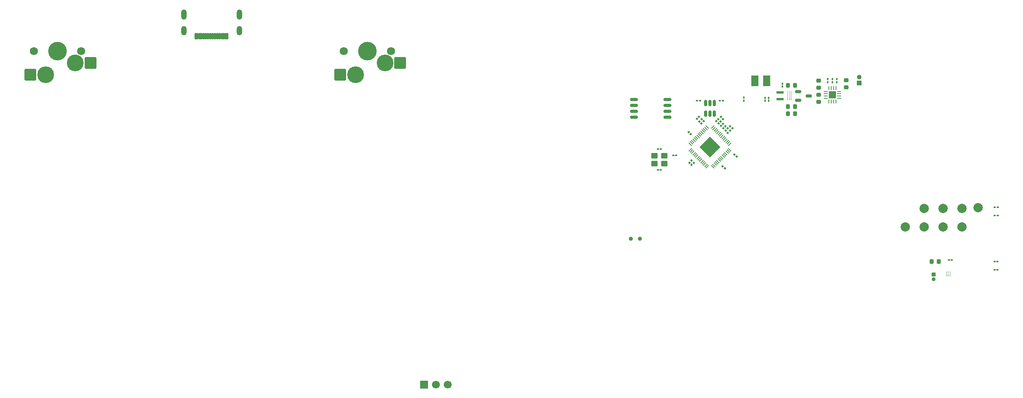
<source format=gbr>
%TF.GenerationSoftware,KiCad,Pcbnew,9.0.3*%
%TF.CreationDate,2025-07-16T09:35:22-04:00*%
%TF.ProjectId,board,626f6172-642e-46b6-9963-61645f706362,rev?*%
%TF.SameCoordinates,Original*%
%TF.FileFunction,Soldermask,Bot*%
%TF.FilePolarity,Negative*%
%FSLAX46Y46*%
G04 Gerber Fmt 4.6, Leading zero omitted, Abs format (unit mm)*
G04 Created by KiCad (PCBNEW 9.0.3) date 2025-07-16 09:35:22*
%MOMM*%
%LPD*%
G01*
G04 APERTURE LIST*
G04 Aperture macros list*
%AMRoundRect*
0 Rectangle with rounded corners*
0 $1 Rounding radius*
0 $2 $3 $4 $5 $6 $7 $8 $9 X,Y pos of 4 corners*
0 Add a 4 corners polygon primitive as box body*
4,1,4,$2,$3,$4,$5,$6,$7,$8,$9,$2,$3,0*
0 Add four circle primitives for the rounded corners*
1,1,$1+$1,$2,$3*
1,1,$1+$1,$4,$5*
1,1,$1+$1,$6,$7*
1,1,$1+$1,$8,$9*
0 Add four rect primitives between the rounded corners*
20,1,$1+$1,$2,$3,$4,$5,0*
20,1,$1+$1,$4,$5,$6,$7,0*
20,1,$1+$1,$6,$7,$8,$9,0*
20,1,$1+$1,$8,$9,$2,$3,0*%
%AMRotRect*
0 Rectangle, with rotation*
0 The origin of the aperture is its center*
0 $1 length*
0 $2 width*
0 $3 Rotation angle, in degrees counterclockwise*
0 Add horizontal line*
21,1,$1,$2,0,0,$3*%
G04 Aperture macros list end*
%ADD10C,0.000000*%
%ADD11C,3.600000*%
%ADD12RoundRect,0.250000X1.025000X1.000000X-1.025000X1.000000X-1.025000X-1.000000X1.025000X-1.000000X0*%
%ADD13C,4.000000*%
%ADD14C,1.750000*%
%ADD15O,1.204000X2.204000*%
%ADD16O,1.204000X2.004000*%
%ADD17RoundRect,0.102000X-0.150000X-0.550000X0.150000X-0.550000X0.150000X0.550000X-0.150000X0.550000X0*%
%ADD18RoundRect,0.102000X-0.300000X-0.550000X0.300000X-0.550000X0.300000X0.550000X-0.300000X0.550000X0*%
%ADD19R,1.000000X1.000000*%
%ADD20C,1.000000*%
%ADD21C,0.900000*%
%ADD22R,1.500000X1.000000*%
%ADD23C,2.000000*%
%ADD24RoundRect,0.100000X-0.021213X-0.162635X0.162635X0.021213X0.021213X0.162635X-0.162635X-0.021213X0*%
%ADD25RoundRect,0.100000X0.130000X0.100000X-0.130000X0.100000X-0.130000X-0.100000X0.130000X-0.100000X0*%
%ADD26RoundRect,0.100000X-0.100000X0.130000X-0.100000X-0.130000X0.100000X-0.130000X0.100000X0.130000X0*%
%ADD27RoundRect,0.100000X0.021213X0.162635X-0.162635X-0.021213X-0.021213X-0.162635X0.162635X0.021213X0*%
%ADD28RoundRect,0.100000X0.162635X-0.021213X-0.021213X0.162635X-0.162635X0.021213X0.021213X-0.162635X0*%
%ADD29RoundRect,0.050000X0.309359X-0.238649X-0.238649X0.309359X-0.309359X0.238649X0.238649X-0.309359X0*%
%ADD30RoundRect,0.050000X0.309359X0.238649X0.238649X0.309359X-0.309359X-0.238649X-0.238649X-0.309359X0*%
%ADD31RotRect,3.200000X3.200000X135.000000*%
%ADD32RoundRect,0.225000X-0.250000X0.225000X-0.250000X-0.225000X0.250000X-0.225000X0.250000X0.225000X0*%
%ADD33RoundRect,0.100000X-0.162635X0.021213X0.021213X-0.162635X0.162635X-0.021213X-0.021213X0.162635X0*%
%ADD34RoundRect,0.225000X0.225000X0.250000X-0.225000X0.250000X-0.225000X-0.250000X0.225000X-0.250000X0*%
%ADD35RoundRect,0.162500X0.650000X0.162500X-0.650000X0.162500X-0.650000X-0.162500X0.650000X-0.162500X0*%
%ADD36RoundRect,0.100000X0.100000X-0.130000X0.100000X0.130000X-0.100000X0.130000X-0.100000X-0.130000X0*%
%ADD37C,0.270000*%
%ADD38R,0.850000X0.850000*%
%ADD39C,0.850000*%
%ADD40RoundRect,0.225000X-0.225000X-0.250000X0.225000X-0.250000X0.225000X0.250000X-0.225000X0.250000X0*%
%ADD41RoundRect,0.062500X0.375000X0.062500X-0.375000X0.062500X-0.375000X-0.062500X0.375000X-0.062500X0*%
%ADD42RoundRect,0.062500X0.062500X0.375000X-0.062500X0.375000X-0.062500X-0.375000X0.062500X-0.375000X0*%
%ADD43R,1.600000X1.600000*%
%ADD44RoundRect,0.225000X0.250000X-0.225000X0.250000X0.225000X-0.250000X0.225000X-0.250000X-0.225000X0*%
%ADD45RoundRect,0.250000X-0.450000X-0.350000X0.450000X-0.350000X0.450000X0.350000X-0.450000X0.350000X0*%
%ADD46RoundRect,0.100000X-0.130000X-0.100000X0.130000X-0.100000X0.130000X0.100000X-0.130000X0.100000X0*%
%ADD47RoundRect,0.150000X-0.512500X-0.150000X0.512500X-0.150000X0.512500X0.150000X-0.512500X0.150000X0*%
%ADD48RoundRect,0.137500X-0.662500X0.137500X-0.662500X-0.137500X0.662500X-0.137500X0.662500X0.137500X0*%
%ADD49RoundRect,0.150000X0.150000X-0.512500X0.150000X0.512500X-0.150000X0.512500X-0.150000X-0.512500X0*%
%ADD50C,0.210000*%
%ADD51R,1.700000X1.700000*%
%ADD52C,1.700000*%
G04 APERTURE END LIST*
D10*
%TO.C,JP1*%
G36*
X180400000Y-36200000D02*
G01*
X178900000Y-36200000D01*
X178900000Y-35900000D01*
X180400000Y-35900000D01*
X180400000Y-36200000D01*
G37*
%TO.C,JP2*%
G36*
X182950000Y-36200001D02*
G01*
X181450000Y-36200001D01*
X181450000Y-35900001D01*
X182950000Y-35900001D01*
X182950000Y-36200001D01*
G37*
%TD*%
D11*
%TO.C,SW1*%
X33510000Y-32240000D03*
X27160000Y-34780000D03*
D12*
X36785000Y-32240000D03*
X23858000Y-34780000D03*
D13*
X29700000Y-29700000D03*
D14*
X34780000Y-29700000D03*
X24620000Y-29700000D03*
%TD*%
D11*
%TO.C,SW2*%
X100110000Y-32240000D03*
X93760000Y-34780000D03*
D12*
X103385000Y-32240000D03*
X90458000Y-34780000D03*
D13*
X96300000Y-29700000D03*
D14*
X101380000Y-29700000D03*
X91220000Y-29700000D03*
%TD*%
D15*
%TO.C,J1*%
X68780750Y-21800000D03*
X56880750Y-21800000D03*
D16*
X68780750Y-25300000D03*
X56880750Y-25300000D03*
D17*
X61080750Y-26450000D03*
X62080750Y-26450000D03*
X63580750Y-26450000D03*
X64580750Y-26450000D03*
D18*
X65230750Y-26450000D03*
X66030750Y-26450000D03*
D17*
X64080750Y-26450000D03*
X63080750Y-26450000D03*
X62580750Y-26450000D03*
X61580750Y-26450000D03*
D18*
X60430750Y-26450000D03*
X59630750Y-26450000D03*
%TD*%
D19*
%TO.C,J2*%
X202100000Y-36500000D03*
D20*
X202100000Y-35230000D03*
%TD*%
D21*
%TO.C,SW3*%
X152965000Y-70030000D03*
X154915000Y-70030000D03*
%TD*%
D22*
%TO.C,JP1*%
X179650000Y-35400001D03*
X179650000Y-36699999D03*
%TD*%
D23*
%TO.C,TP5*%
X227650000Y-63350000D03*
%TD*%
D24*
%TO.C,C21*%
X173839590Y-47238227D03*
X174292138Y-46785679D03*
%TD*%
D25*
%TO.C,R16*%
X231865000Y-65050000D03*
X231225000Y-65050000D03*
%TD*%
D26*
%TO.C,R7*%
X182592501Y-39722500D03*
X182592501Y-40362500D03*
%TD*%
D25*
%TO.C,R19*%
X231825000Y-76750000D03*
X231185000Y-76750000D03*
%TD*%
D27*
%TO.C,C19*%
X166018987Y-53220351D03*
X165566439Y-53672899D03*
%TD*%
D25*
%TO.C,R18*%
X231825000Y-75000000D03*
X231185000Y-75000000D03*
%TD*%
D28*
%TO.C,C10*%
X168636260Y-44762377D03*
X168183712Y-44309829D03*
%TD*%
D23*
%TO.C,TP4*%
X216050000Y-67550000D03*
%TD*%
D24*
%TO.C,C9*%
X173344615Y-46743252D03*
X173797163Y-46290704D03*
%TD*%
D25*
%TO.C,C36*%
X222000000Y-74590000D03*
X221360000Y-74590000D03*
%TD*%
D27*
%TO.C,C17*%
X171817265Y-44310805D03*
X171364717Y-44763353D03*
%TD*%
D29*
%TO.C,U1*%
X174269157Y-50892202D03*
X173986314Y-51175045D03*
X173703472Y-51457887D03*
X173420629Y-51740730D03*
X173137786Y-52023573D03*
X172854944Y-52306415D03*
X172572101Y-52589258D03*
X172289258Y-52872101D03*
X172006415Y-53154944D03*
X171723573Y-53437786D03*
X171440730Y-53720629D03*
X171157887Y-54003472D03*
X170875045Y-54286314D03*
X170592202Y-54569157D03*
D30*
X169407798Y-54569157D03*
X169124955Y-54286314D03*
X168842113Y-54003472D03*
X168559270Y-53720629D03*
X168276427Y-53437786D03*
X167993585Y-53154944D03*
X167710742Y-52872101D03*
X167427899Y-52589258D03*
X167145056Y-52306415D03*
X166862214Y-52023573D03*
X166579371Y-51740730D03*
X166296528Y-51457887D03*
X166013686Y-51175045D03*
X165730843Y-50892202D03*
D29*
X165730843Y-49707798D03*
X166013686Y-49424955D03*
X166296528Y-49142113D03*
X166579371Y-48859270D03*
X166862214Y-48576427D03*
X167145056Y-48293585D03*
X167427899Y-48010742D03*
X167710742Y-47727899D03*
X167993585Y-47445056D03*
X168276427Y-47162214D03*
X168559270Y-46879371D03*
X168842113Y-46596528D03*
X169124955Y-46313686D03*
X169407798Y-46030843D03*
D30*
X170592202Y-46030843D03*
X170875045Y-46313686D03*
X171157887Y-46596528D03*
X171440730Y-46879371D03*
X171723573Y-47162214D03*
X172006415Y-47445056D03*
X172289258Y-47727899D03*
X172572101Y-48010742D03*
X172854944Y-48293585D03*
X173137786Y-48576427D03*
X173420629Y-48859270D03*
X173703472Y-49142113D03*
X173986314Y-49424955D03*
X174269157Y-49707798D03*
D31*
X170000000Y-50300000D03*
%TD*%
D28*
%TO.C,C14*%
X165842212Y-47556426D03*
X165389664Y-47103878D03*
%TD*%
D32*
%TO.C,C34*%
X193400000Y-36025000D03*
X193400000Y-37575000D03*
%TD*%
D33*
%TO.C,C13*%
X175289159Y-51912204D03*
X175741707Y-52364752D03*
%TD*%
D25*
%TO.C,R9*%
X162738628Y-52100000D03*
X162098628Y-52100000D03*
%TD*%
D34*
%TO.C,C35*%
X219225000Y-74970000D03*
X217675000Y-74970000D03*
%TD*%
D35*
%TO.C,U5*%
X160837500Y-40095000D03*
X160837500Y-41365000D03*
X160837500Y-42635000D03*
X160837500Y-43905000D03*
X153662500Y-43905000D03*
X153662500Y-42635000D03*
X153662500Y-41365000D03*
X153662500Y-40095000D03*
%TD*%
D36*
%TO.C,C5*%
X185600000Y-37320000D03*
X185600000Y-36680000D03*
%TD*%
D27*
%TO.C,C15*%
X167641896Y-43812392D03*
X167189348Y-44264940D03*
%TD*%
D25*
%TO.C,C23*%
X159438629Y-55250000D03*
X158798629Y-55250000D03*
%TD*%
D37*
%TO.C,U8*%
X221650000Y-77250000D03*
X221250000Y-77250000D03*
X220850000Y-77250000D03*
X221650000Y-77650000D03*
X221250000Y-77650000D03*
X220850000Y-77650000D03*
X221650000Y-78050000D03*
X221250000Y-78050000D03*
X220850000Y-78050000D03*
%TD*%
D38*
%TO.C,J3*%
X218110000Y-77750000D03*
D39*
X218110000Y-78750000D03*
%TD*%
D33*
%TO.C,C8*%
X174334566Y-45795729D03*
X174787114Y-46248277D03*
%TD*%
D40*
%TO.C,C7*%
X186725000Y-41600000D03*
X188275000Y-41600000D03*
%TD*%
D41*
%TO.C,U2*%
X197737500Y-38350000D03*
X197737500Y-38850000D03*
X197737500Y-39350000D03*
X197737500Y-39850000D03*
D42*
X197050000Y-40537500D03*
X196550000Y-40537500D03*
X196050000Y-40537500D03*
X195550000Y-40537500D03*
D41*
X194862500Y-39850000D03*
X194862500Y-39350000D03*
X194862500Y-38850000D03*
X194862500Y-38350000D03*
D42*
X195550000Y-37662500D03*
X196050000Y-37662500D03*
X196550000Y-37662500D03*
X197050000Y-37662500D03*
D43*
X196300000Y-39100000D03*
%TD*%
D44*
%TO.C,C1*%
X199300000Y-37475000D03*
X199300000Y-35925000D03*
%TD*%
D26*
%TO.C,R4*%
X196300000Y-35680000D03*
X196300000Y-36320000D03*
%TD*%
D23*
%TO.C,TP7*%
X220100000Y-63500000D03*
%TD*%
D28*
%TO.C,C12*%
X168141285Y-45257353D03*
X167688737Y-44804805D03*
%TD*%
D45*
%TO.C,Y1*%
X158018629Y-52150000D03*
X160218629Y-52150000D03*
X160218629Y-53850000D03*
X158018629Y-53850000D03*
%TD*%
D36*
%TO.C,C22*%
X177242500Y-40312500D03*
X177242500Y-39672500D03*
%TD*%
D46*
%TO.C,R1*%
X167230000Y-40350000D03*
X167870000Y-40350000D03*
%TD*%
D25*
%TO.C,R15*%
X231865000Y-63300000D03*
X231225000Y-63300000D03*
%TD*%
D24*
%TO.C,C20*%
X171859691Y-45258328D03*
X172312239Y-44805780D03*
%TD*%
D23*
%TO.C,TP9*%
X224150000Y-63500000D03*
%TD*%
%TO.C,TP3*%
X216050000Y-63500000D03*
%TD*%
D33*
%TO.C,C18*%
X172358202Y-43819366D03*
X172810750Y-44271914D03*
%TD*%
D26*
%TO.C,R8*%
X181892501Y-39722500D03*
X181892501Y-40362500D03*
%TD*%
D23*
%TO.C,TP10*%
X224150000Y-67550000D03*
%TD*%
D27*
%TO.C,C16*%
X166513963Y-53715326D03*
X166061415Y-54167874D03*
%TD*%
D24*
%TO.C,R10*%
X172849640Y-46248278D03*
X173302188Y-45795730D03*
%TD*%
D47*
%TO.C,U4*%
X189000000Y-40250000D03*
X189000000Y-38350000D03*
X191275000Y-39300000D03*
%TD*%
D36*
%TO.C,R3*%
X197300000Y-36320000D03*
X197300000Y-35680000D03*
%TD*%
D40*
%TO.C,C4*%
X186725000Y-37000000D03*
X188275000Y-37000000D03*
%TD*%
D23*
%TO.C,TP2*%
X212000000Y-67550000D03*
%TD*%
D48*
%TO.C,L1*%
X185075000Y-38575000D03*
X185075000Y-40025000D03*
%TD*%
D49*
%TO.C,U6*%
X170950000Y-43137500D03*
X170000000Y-43137500D03*
X169050000Y-43137500D03*
X169050000Y-40862500D03*
X170000000Y-40862500D03*
X170950000Y-40862500D03*
%TD*%
D25*
%TO.C,C24*%
X159438629Y-50750000D03*
X158798629Y-50750000D03*
%TD*%
D33*
%TO.C,C11*%
X172743574Y-54457788D03*
X173196122Y-54910336D03*
%TD*%
D50*
%TO.C,U3*%
X187475000Y-38500000D03*
X187075000Y-38500000D03*
X186675000Y-38500000D03*
X187475000Y-38900000D03*
X187075000Y-38900000D03*
X186675000Y-38900000D03*
X187475000Y-39300000D03*
X187075000Y-39300000D03*
X186675000Y-39300000D03*
X187475000Y-39700000D03*
X187075000Y-39700000D03*
X186675000Y-39700000D03*
X187475000Y-40100000D03*
X187075000Y-40100000D03*
X186675000Y-40100000D03*
%TD*%
D23*
%TO.C,TP8*%
X220100000Y-67550000D03*
%TD*%
D22*
%TO.C,JP2*%
X182200000Y-35400002D03*
X182200000Y-36700000D03*
%TD*%
D27*
%TO.C,R11*%
X172807215Y-45300754D03*
X172354667Y-45753302D03*
%TD*%
D46*
%TO.C,R2*%
X172130000Y-40350000D03*
X172770000Y-40350000D03*
%TD*%
D26*
%TO.C,C2*%
X195300000Y-35680000D03*
X195300000Y-36320000D03*
%TD*%
D40*
%TO.C,C6*%
X186725000Y-43100000D03*
X188275000Y-43100000D03*
%TD*%
D44*
%TO.C,C3*%
X193400000Y-40575000D03*
X193400000Y-39025000D03*
%TD*%
D51*
%TO.C,J4*%
X108510000Y-101450000D03*
D52*
X111050000Y-101450000D03*
X113589999Y-101450000D03*
%TD*%
M02*

</source>
